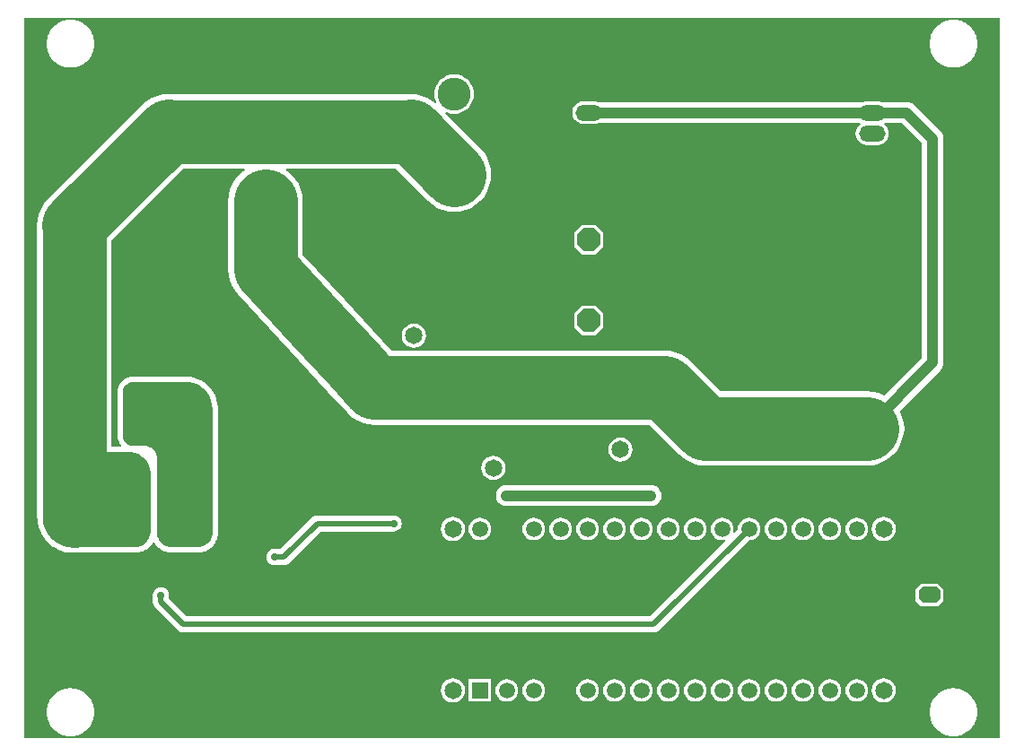
<source format=gbl>
G04*
G04 #@! TF.GenerationSoftware,Altium Limited,Altium Designer,19.1.8 (144)*
G04*
G04 Layer_Physical_Order=2*
G04 Layer_Color=16711680*
%FSLAX25Y25*%
%MOIN*%
G70*
G01*
G75*
%ADD10C,0.01968*%
%ADD55C,0.03937*%
%ADD58C,0.23622*%
%ADD59R,0.10925X0.10925*%
%ADD60C,0.10925*%
%ADD61C,0.12268*%
%ADD62C,0.06496*%
%ADD63C,0.06500*%
%ADD64P,0.07036X8X202.5*%
%ADD65P,0.09200X8X112.5*%
G04:AMPARAMS|DCode=66|XSize=80mil|YSize=60mil|CornerRadius=0mil|HoleSize=0mil|Usage=FLASHONLY|Rotation=180.000|XOffset=0mil|YOffset=0mil|HoleType=Round|Shape=Octagon|*
%AMOCTAGOND66*
4,1,8,-0.04000,0.01500,-0.04000,-0.01500,-0.02500,-0.03000,0.02500,-0.03000,0.04000,-0.01500,0.04000,0.01500,0.02500,0.03000,-0.02500,0.03000,-0.04000,0.01500,0.0*
%
%ADD66OCTAGOND66*%

%ADD67R,0.05937X0.05937*%
%ADD68C,0.05937*%
%ADD69O,0.09843X0.05906*%
%ADD70C,0.02756*%
G36*
X366108Y3971D02*
X3971D01*
Y271620D01*
X366108D01*
Y3971D01*
D02*
G37*
%LPC*%
G36*
X349694Y270905D02*
X348337D01*
X348143Y270866D01*
X347946D01*
X346615Y270601D01*
X346432Y270526D01*
X346238Y270487D01*
X344984Y269968D01*
X344820Y269858D01*
X344637Y269782D01*
X343509Y269028D01*
X343369Y268888D01*
X343205Y268779D01*
X342245Y267819D01*
X342135Y267655D01*
X341995Y267515D01*
X341241Y266387D01*
X341166Y266204D01*
X341056Y266039D01*
X340536Y264786D01*
X340498Y264592D01*
X340422Y264409D01*
X340158Y263078D01*
Y262880D01*
X340119Y262686D01*
Y261329D01*
X340158Y261135D01*
Y260938D01*
X340422Y259607D01*
X340498Y259424D01*
X340536Y259230D01*
X341056Y257976D01*
X341166Y257812D01*
X341241Y257629D01*
X341995Y256501D01*
X342135Y256361D01*
X342245Y256197D01*
X343205Y255237D01*
X343369Y255127D01*
X343509Y254987D01*
X344637Y254233D01*
X344820Y254158D01*
X344984Y254048D01*
X346238Y253529D01*
X346432Y253490D01*
X346615Y253414D01*
X347946Y253150D01*
X348143D01*
X348337Y253111D01*
X349694D01*
X349888Y253150D01*
X350086D01*
X351417Y253414D01*
X351600Y253490D01*
X351794Y253529D01*
X353047Y254048D01*
X353212Y254158D01*
X353394Y254233D01*
X354523Y254987D01*
X354663Y255127D01*
X354827Y255237D01*
X355787Y256197D01*
X355896Y256361D01*
X356036Y256501D01*
X356790Y257629D01*
X356866Y257812D01*
X356976Y257976D01*
X357495Y259230D01*
X357534Y259424D01*
X357609Y259607D01*
X357874Y260938D01*
Y261135D01*
X357913Y261329D01*
Y262686D01*
X357874Y262880D01*
Y263078D01*
X357609Y264409D01*
X357534Y264592D01*
X357495Y264786D01*
X356976Y266039D01*
X356866Y266204D01*
X356790Y266387D01*
X356036Y267515D01*
X355896Y267655D01*
X355787Y267819D01*
X354827Y268779D01*
X354663Y268888D01*
X354523Y269028D01*
X353394Y269782D01*
X353212Y269858D01*
X353047Y269968D01*
X351794Y270487D01*
X351600Y270526D01*
X351417Y270601D01*
X350086Y270866D01*
X349888D01*
X349694Y270905D01*
D02*
G37*
G36*
X21742D02*
X20384D01*
X20190Y270866D01*
X19993D01*
X18662Y270601D01*
X18479Y270526D01*
X18285Y270487D01*
X17031Y269968D01*
X16867Y269858D01*
X16684Y269782D01*
X15556Y269028D01*
X15416Y268888D01*
X15252Y268779D01*
X14292Y267819D01*
X14182Y267655D01*
X14042Y267515D01*
X13288Y266387D01*
X13213Y266204D01*
X13103Y266039D01*
X12584Y264786D01*
X12545Y264592D01*
X12470Y264409D01*
X12205Y263078D01*
Y262880D01*
X12166Y262686D01*
Y261329D01*
X12205Y261135D01*
Y260938D01*
X12470Y259607D01*
X12545Y259424D01*
X12584Y259230D01*
X13103Y257976D01*
X13213Y257812D01*
X13288Y257629D01*
X14042Y256501D01*
X14182Y256361D01*
X14292Y256197D01*
X15252Y255237D01*
X15416Y255127D01*
X15556Y254987D01*
X16684Y254233D01*
X16867Y254158D01*
X17031Y254048D01*
X18285Y253529D01*
X18479Y253490D01*
X18662Y253414D01*
X19993Y253150D01*
X20190D01*
X20384Y253111D01*
X21742D01*
X21935Y253150D01*
X22133D01*
X23464Y253414D01*
X23647Y253490D01*
X23841Y253529D01*
X25095Y254048D01*
X25259Y254158D01*
X25442Y254233D01*
X26570Y254987D01*
X26710Y255127D01*
X26874Y255237D01*
X27834Y256197D01*
X27944Y256361D01*
X28083Y256501D01*
X28837Y257629D01*
X28913Y257812D01*
X29023Y257976D01*
X29542Y259230D01*
X29581Y259424D01*
X29656Y259607D01*
X29921Y260938D01*
Y261135D01*
X29960Y261329D01*
Y262686D01*
X29921Y262880D01*
Y263078D01*
X29656Y264409D01*
X29581Y264592D01*
X29542Y264786D01*
X29023Y266039D01*
X28913Y266204D01*
X28837Y266387D01*
X28083Y267515D01*
X27944Y267655D01*
X27834Y267819D01*
X26874Y268779D01*
X26710Y268888D01*
X26570Y269028D01*
X25442Y269782D01*
X25259Y269858D01*
X25095Y269968D01*
X23841Y270487D01*
X23647Y270526D01*
X23464Y270601D01*
X22133Y270866D01*
X21936D01*
X21742Y270905D01*
D02*
G37*
G36*
X163583Y250676D02*
X162145Y250535D01*
X160763Y250115D01*
X159488Y249434D01*
X158372Y248518D01*
X157455Y247401D01*
X156774Y246127D01*
X156355Y244745D01*
X156213Y243307D01*
X156355Y241869D01*
X156774Y240487D01*
X156924Y240207D01*
X156527Y239888D01*
X155565Y240710D01*
X153716Y241843D01*
X151712Y242673D01*
X149603Y243179D01*
X147441Y243350D01*
X145279Y243179D01*
X145168Y243153D01*
X59720D01*
X59609Y243179D01*
X57446Y243350D01*
X55284Y243179D01*
X53175Y242673D01*
X51171Y241843D01*
X49322Y240710D01*
X47673Y239301D01*
X12633Y204262D01*
X11225Y202613D01*
X10091Y200763D01*
X9262Y198759D01*
X8755Y196651D01*
X8585Y194488D01*
X8619Y194058D01*
Y86614D01*
X8789Y84452D01*
X9295Y82343D01*
X9546Y81736D01*
X9551Y81715D01*
X10119Y80343D01*
X10165Y80275D01*
X10195Y80225D01*
X10235Y80108D01*
X10978Y78821D01*
X11065Y78722D01*
X11124Y78603D01*
X12028Y77425D01*
X12127Y77337D01*
X12201Y77227D01*
X13251Y76177D01*
X13361Y76104D01*
X13448Y76004D01*
X14627Y75100D01*
X14746Y75042D01*
X14845Y74954D01*
X16131Y74212D01*
X16257Y74169D01*
X16367Y74095D01*
X17739Y73527D01*
X17869Y73501D01*
X17987Y73443D01*
X19422Y73058D01*
X19554Y73050D01*
X19680Y73007D01*
X21152Y72813D01*
X21284Y72822D01*
X21414Y72796D01*
X22390D01*
X22441Y72792D01*
X22492Y72796D01*
X45276Y72796D01*
X45339Y72809D01*
X45404Y72800D01*
X45986Y72838D01*
X46178Y72889D01*
X46376Y72901D01*
X47503Y73203D01*
X47681Y73290D01*
X47872Y73341D01*
X48919Y73857D01*
X49076Y73978D01*
X49254Y74066D01*
X50179Y74777D01*
X50310Y74926D01*
X50467Y75046D01*
X51235Y75924D01*
X51334Y76096D01*
X51465Y76246D01*
X51623Y76521D01*
X51719Y76557D01*
X52204Y76529D01*
X52676Y75823D01*
X52816Y75683D01*
X52925Y75519D01*
X53671Y74773D01*
X53836Y74663D01*
X53975Y74523D01*
X54852Y73937D01*
X55035Y73862D01*
X55199Y73752D01*
X56173Y73348D01*
X56367Y73310D01*
X56550Y73234D01*
X57584Y73028D01*
X57782D01*
X57976Y72990D01*
X58503Y72990D01*
X68558Y72990D01*
X69070Y72990D01*
X69262Y73028D01*
X69458Y73027D01*
X70462Y73225D01*
X70643Y73299D01*
X70836Y73337D01*
X71783Y73725D01*
X71947Y73833D01*
X72128Y73907D01*
X72983Y74471D01*
X73122Y74608D01*
X73286Y74716D01*
X74016Y75434D01*
X74126Y75596D01*
X74265Y75734D01*
X74843Y76579D01*
X74919Y76760D01*
X75030Y76921D01*
X75433Y77863D01*
X75473Y78054D01*
X75551Y78234D01*
X75764Y79236D01*
X75767Y79432D01*
X75808Y79623D01*
X75816Y80135D01*
X75905Y85953D01*
X75904Y85961D01*
X75905Y85969D01*
X75989Y97605D01*
X75987Y97613D01*
X75989Y97622D01*
X75977Y109258D01*
X75976Y109266D01*
X75977Y109274D01*
X75870Y120911D01*
X75868Y120919D01*
X75870Y120927D01*
X75768Y126744D01*
X75768Y126744D01*
X75752Y127687D01*
X75710Y127878D01*
X75707Y128073D01*
X75311Y129917D01*
X75234Y130096D01*
X75193Y130288D01*
X74449Y132020D01*
X74338Y132181D01*
X74261Y132361D01*
X73197Y133917D01*
X73057Y134054D01*
X72947Y134215D01*
X71602Y135537D01*
X71439Y135644D01*
X71300Y135782D01*
X69725Y136819D01*
X69544Y136892D01*
X69381Y137000D01*
X67636Y137714D01*
X67444Y137752D01*
X67263Y137826D01*
X65413Y138190D01*
X65218Y138189D01*
X65026Y138227D01*
X64083Y138227D01*
X44094Y138227D01*
X44094Y138227D01*
X43745Y138227D01*
X43551Y138189D01*
X43354D01*
X42669Y138053D01*
X42487Y137977D01*
X42293Y137938D01*
X41648Y137671D01*
X41484Y137562D01*
X41301Y137486D01*
X40721Y137098D01*
X40581Y136958D01*
X40416Y136849D01*
X39923Y136355D01*
X39813Y136191D01*
X39673Y136051D01*
X39286Y135471D01*
X39210Y135288D01*
X39100Y135124D01*
X38833Y134479D01*
X38794Y134285D01*
X38719Y134102D01*
X38583Y133418D01*
Y133220D01*
X38544Y133026D01*
X38544Y132677D01*
X38544Y132677D01*
X38544Y132677D01*
X38544Y116535D01*
X38544Y116147D01*
X38583Y115954D01*
Y115756D01*
X38734Y114995D01*
X38810Y114813D01*
X38848Y114619D01*
X39145Y113902D01*
X39255Y113738D01*
X39331Y113555D01*
X39761Y112910D01*
X39901Y112771D01*
X39913Y112753D01*
X39708Y112253D01*
X36263D01*
Y188797D01*
X62975Y215509D01*
X85736D01*
X85872Y215027D01*
X85379Y214726D01*
X83730Y213317D01*
X82322Y211668D01*
X81188Y209818D01*
X80358Y207815D01*
X79852Y205706D01*
X79682Y203543D01*
Y178347D01*
X79744Y177553D01*
X79773Y176757D01*
X79829Y176473D01*
X79852Y176184D01*
X80038Y175410D01*
X80191Y174629D01*
X80291Y174357D01*
X80358Y174075D01*
X80663Y173340D01*
X80937Y172592D01*
X81077Y172339D01*
X81188Y172071D01*
X81604Y171393D01*
X81992Y170697D01*
X82170Y170469D01*
X82322Y170222D01*
X82839Y169617D01*
X83330Y168990D01*
X102543Y148098D01*
X116648Y132761D01*
X123881Y124896D01*
X124093Y124699D01*
X124281Y124478D01*
X124887Y123961D01*
X125470Y123419D01*
X125710Y123258D01*
X125931Y123070D01*
X126610Y122654D01*
X127270Y122210D01*
X127533Y122088D01*
X127780Y121937D01*
X128516Y121632D01*
X129238Y121297D01*
X129516Y121217D01*
X129784Y121107D01*
X130558Y120921D01*
X131324Y120703D01*
X131611Y120668D01*
X131893Y120600D01*
X132687Y120538D01*
X133477Y120442D01*
X133766Y120453D01*
X134055Y120430D01*
X236007Y120430D01*
X247116Y109321D01*
X248765Y107912D01*
X250615Y106779D01*
X252619Y105949D01*
X254728Y105443D01*
X256890Y105272D01*
X316929D01*
X319091Y105443D01*
X321200Y105949D01*
X323204Y106779D01*
X325054Y107912D01*
X326703Y109321D01*
X328112Y110970D01*
X329245Y112819D01*
X330075Y114823D01*
X330581Y116932D01*
X330751Y119095D01*
X330581Y121257D01*
X330075Y123366D01*
X329245Y125370D01*
X329083Y125633D01*
X344146Y140696D01*
X344777Y141518D01*
X345174Y142476D01*
X345309Y143504D01*
Y226772D01*
X345174Y227799D01*
X344777Y228757D01*
X344146Y229580D01*
X334501Y239225D01*
X333678Y239856D01*
X332721Y240253D01*
X331693Y240388D01*
X322131D01*
X321950Y240463D01*
X320866Y240606D01*
X316929D01*
X315845Y240463D01*
X315664Y240388D01*
X216816D01*
X216635Y240463D01*
X215551Y240606D01*
X211614D01*
X210530Y240463D01*
X209520Y240045D01*
X208652Y239379D01*
X207987Y238512D01*
X207568Y237501D01*
X207426Y236417D01*
X207568Y235333D01*
X207987Y234323D01*
X208652Y233455D01*
X209520Y232790D01*
X210530Y232371D01*
X211614Y232229D01*
X215551D01*
X216635Y232371D01*
X216816Y232446D01*
X314373D01*
X314542Y231946D01*
X313967Y231505D01*
X313302Y230638D01*
X312883Y229627D01*
X312740Y228543D01*
X312883Y227459D01*
X313302Y226449D01*
X313967Y225582D01*
X314835Y224916D01*
X315845Y224497D01*
X316929Y224355D01*
X320866D01*
X321950Y224497D01*
X322960Y224916D01*
X323828Y225582D01*
X324494Y226449D01*
X324912Y227459D01*
X325055Y228543D01*
X324912Y229627D01*
X324494Y230638D01*
X323828Y231505D01*
X323253Y231946D01*
X323423Y232446D01*
X330048D01*
X337368Y225127D01*
Y145149D01*
X323468Y131249D01*
X323204Y131410D01*
X321200Y132240D01*
X319091Y132747D01*
X316929Y132917D01*
X262615D01*
X251506Y144026D01*
X249856Y145434D01*
X248007Y146568D01*
X246003Y147398D01*
X243894Y147904D01*
X241732Y148074D01*
X140122Y148074D01*
X136996Y151474D01*
X122891Y166811D01*
X107326Y183736D01*
Y203543D01*
X107156Y205706D01*
X106650Y207815D01*
X105820Y209818D01*
X104686Y211668D01*
X103278Y213317D01*
X101628Y214726D01*
X101136Y215027D01*
X101272Y215509D01*
X141912D01*
X153809Y203612D01*
X155458Y202203D01*
X157308Y201070D01*
X159311Y200240D01*
X161420Y199734D01*
X163583Y199564D01*
X165745Y199734D01*
X167854Y200240D01*
X169858Y201070D01*
X171707Y202203D01*
X173356Y203612D01*
X174765Y205261D01*
X175898Y207111D01*
X176728Y209115D01*
X177235Y211224D01*
X177405Y213386D01*
X177235Y215548D01*
X176728Y217657D01*
X175898Y219661D01*
X174765Y221510D01*
X173356Y223160D01*
X160379Y236137D01*
X160680Y236543D01*
X160763Y236499D01*
X162145Y236079D01*
X163583Y235938D01*
X165020Y236079D01*
X166403Y236499D01*
X167677Y237180D01*
X168794Y238096D01*
X169710Y239213D01*
X170391Y240487D01*
X170810Y241869D01*
X170952Y243307D01*
X170810Y244745D01*
X170391Y246127D01*
X169710Y247401D01*
X168794Y248518D01*
X167677Y249434D01*
X166403Y250115D01*
X165020Y250535D01*
X163583Y250676D01*
D02*
G37*
G36*
X216308Y194663D02*
X210858D01*
X208133Y191938D01*
Y186488D01*
X210858Y183763D01*
X216308D01*
X219033Y186488D01*
Y191938D01*
X216308Y194663D01*
D02*
G37*
G36*
Y164663D02*
X210858D01*
X208133Y161938D01*
Y156488D01*
X210858Y153763D01*
X216308D01*
X219033Y156488D01*
Y161938D01*
X216308Y164663D01*
D02*
G37*
G36*
X148622Y158030D02*
X147461Y157877D01*
X146379Y157429D01*
X145450Y156716D01*
X144737Y155787D01*
X144289Y154704D01*
X144136Y153543D01*
X144289Y152382D01*
X144737Y151300D01*
X145450Y150371D01*
X146379Y149658D01*
X147461Y149210D01*
X148622Y149057D01*
X149783Y149210D01*
X150865Y149658D01*
X151794Y150371D01*
X152507Y151300D01*
X152956Y152382D01*
X153109Y153543D01*
X152956Y154704D01*
X152507Y155787D01*
X151794Y156716D01*
X150865Y157429D01*
X149783Y157877D01*
X148622Y158030D01*
D02*
G37*
G36*
X225394Y115709D02*
X224232Y115556D01*
X223149Y115108D01*
X222220Y114394D01*
X221507Y113465D01*
X221058Y112382D01*
X220905Y111221D01*
X221058Y110059D01*
X221507Y108976D01*
X222220Y108047D01*
X223149Y107333D01*
X224232Y106885D01*
X225394Y106732D01*
X226555Y106885D01*
X227638Y107333D01*
X228568Y108047D01*
X229281Y108976D01*
X229729Y110059D01*
X229882Y111221D01*
X229729Y112382D01*
X229281Y113465D01*
X228568Y114394D01*
X227638Y115108D01*
X226555Y115556D01*
X225394Y115709D01*
D02*
G37*
G36*
X178228Y108819D02*
X177067Y108666D01*
X175984Y108218D01*
X175055Y107504D01*
X174341Y106575D01*
X173893Y105492D01*
X173740Y104331D01*
X173893Y103169D01*
X174341Y102086D01*
X175055Y101157D01*
X175984Y100444D01*
X177067Y99995D01*
X178228Y99842D01*
X179390Y99995D01*
X180473Y100444D01*
X181402Y101157D01*
X182115Y102086D01*
X182564Y103169D01*
X182717Y104331D01*
X182564Y105492D01*
X182115Y106575D01*
X181402Y107504D01*
X180473Y108218D01*
X179390Y108666D01*
X178228Y108819D01*
D02*
G37*
G36*
X236614Y98066D02*
X183071D01*
X182043Y97930D01*
X181085Y97534D01*
X180263Y96902D01*
X179632Y96080D01*
X179235Y95122D01*
X179100Y94095D01*
X179235Y93067D01*
X179632Y92109D01*
X180263Y91287D01*
X181085Y90655D01*
X182043Y90259D01*
X183071Y90123D01*
X236614D01*
X237642Y90259D01*
X238600Y90655D01*
X239422Y91287D01*
X240053Y92109D01*
X240450Y93067D01*
X240585Y94095D01*
X240450Y95122D01*
X240053Y96080D01*
X239422Y96902D01*
X238600Y97534D01*
X237642Y97930D01*
X236614Y98066D01*
D02*
G37*
G36*
X273110Y85858D02*
X272022Y85715D01*
X271008Y85295D01*
X270137Y84627D01*
X269469Y83756D01*
X269049Y82742D01*
X268907Y81662D01*
X267633Y80388D01*
X267353Y80496D01*
X267182Y80644D01*
X267315Y81653D01*
X267172Y82742D01*
X266751Y83756D01*
X266083Y84627D01*
X265212Y85295D01*
X264198Y85715D01*
X263110Y85858D01*
X262022Y85715D01*
X261008Y85295D01*
X260137Y84627D01*
X259469Y83756D01*
X259049Y82742D01*
X258906Y81653D01*
X259049Y80565D01*
X259469Y79551D01*
X260137Y78680D01*
X261008Y78012D01*
X262022Y77592D01*
X263110Y77449D01*
X264120Y77582D01*
X264268Y77411D01*
X264375Y77130D01*
X236483Y49238D01*
X64091D01*
X57644Y55685D01*
Y57087D01*
X57542Y57857D01*
X57245Y58576D01*
X56771Y59193D01*
X56154Y59666D01*
X55436Y59963D01*
X54665Y60065D01*
X53895Y59963D01*
X53176Y59666D01*
X52559Y59193D01*
X52086Y58576D01*
X51789Y57857D01*
X51687Y57087D01*
Y54452D01*
X51789Y53681D01*
X52086Y52962D01*
X52559Y52346D01*
X60751Y44154D01*
X60751Y44154D01*
X61368Y43681D01*
X62086Y43383D01*
X62857Y43282D01*
X237717D01*
X238487Y43383D01*
X239206Y43681D01*
X239823Y44154D01*
X273119Y77450D01*
X274198Y77592D01*
X275213Y78012D01*
X276083Y78680D01*
X276751Y79551D01*
X277171Y80565D01*
X277315Y81653D01*
X277171Y82742D01*
X276751Y83756D01*
X276083Y84627D01*
X275213Y85295D01*
X274198Y85715D01*
X273110Y85858D01*
D02*
G37*
G36*
X313110D02*
X312022Y85715D01*
X311008Y85295D01*
X310137Y84627D01*
X309469Y83756D01*
X309049Y82742D01*
X308906Y81653D01*
X309049Y80565D01*
X309469Y79551D01*
X310137Y78680D01*
X311008Y78012D01*
X312022Y77592D01*
X313110Y77449D01*
X314198Y77592D01*
X315212Y78012D01*
X316083Y78680D01*
X316751Y79551D01*
X317172Y80565D01*
X317315Y81653D01*
X317172Y82742D01*
X316751Y83756D01*
X316083Y84627D01*
X315212Y85295D01*
X314198Y85715D01*
X313110Y85858D01*
D02*
G37*
G36*
X303110D02*
X302022Y85715D01*
X301008Y85295D01*
X300137Y84627D01*
X299469Y83756D01*
X299049Y82742D01*
X298906Y81653D01*
X299049Y80565D01*
X299469Y79551D01*
X300137Y78680D01*
X301008Y78012D01*
X302022Y77592D01*
X303110Y77449D01*
X304198Y77592D01*
X305212Y78012D01*
X306083Y78680D01*
X306751Y79551D01*
X307172Y80565D01*
X307315Y81653D01*
X307172Y82742D01*
X306751Y83756D01*
X306083Y84627D01*
X305212Y85295D01*
X304198Y85715D01*
X303110Y85858D01*
D02*
G37*
G36*
X293110D02*
X292022Y85715D01*
X291008Y85295D01*
X290137Y84627D01*
X289469Y83756D01*
X289049Y82742D01*
X288906Y81653D01*
X289049Y80565D01*
X289469Y79551D01*
X290137Y78680D01*
X291008Y78012D01*
X292022Y77592D01*
X293110Y77449D01*
X294198Y77592D01*
X295213Y78012D01*
X296083Y78680D01*
X296751Y79551D01*
X297171Y80565D01*
X297315Y81653D01*
X297171Y82742D01*
X296751Y83756D01*
X296083Y84627D01*
X295213Y85295D01*
X294198Y85715D01*
X293110Y85858D01*
D02*
G37*
G36*
X283110D02*
X282022Y85715D01*
X281008Y85295D01*
X280137Y84627D01*
X279469Y83756D01*
X279049Y82742D01*
X278906Y81653D01*
X279049Y80565D01*
X279469Y79551D01*
X280137Y78680D01*
X281008Y78012D01*
X282022Y77592D01*
X283110Y77449D01*
X284198Y77592D01*
X285212Y78012D01*
X286083Y78680D01*
X286751Y79551D01*
X287172Y80565D01*
X287315Y81653D01*
X287172Y82742D01*
X286751Y83756D01*
X286083Y84627D01*
X285212Y85295D01*
X284198Y85715D01*
X283110Y85858D01*
D02*
G37*
G36*
X253110D02*
X252022Y85715D01*
X251008Y85295D01*
X250137Y84627D01*
X249469Y83756D01*
X249049Y82742D01*
X248906Y81653D01*
X249049Y80565D01*
X249469Y79551D01*
X250137Y78680D01*
X251008Y78012D01*
X252022Y77592D01*
X253110Y77449D01*
X254198Y77592D01*
X255212Y78012D01*
X256083Y78680D01*
X256751Y79551D01*
X257172Y80565D01*
X257315Y81653D01*
X257172Y82742D01*
X256751Y83756D01*
X256083Y84627D01*
X255212Y85295D01*
X254198Y85715D01*
X253110Y85858D01*
D02*
G37*
G36*
X243110D02*
X242022Y85715D01*
X241008Y85295D01*
X240137Y84627D01*
X239469Y83756D01*
X239049Y82742D01*
X238906Y81653D01*
X239049Y80565D01*
X239469Y79551D01*
X240137Y78680D01*
X241008Y78012D01*
X242022Y77592D01*
X243110Y77449D01*
X244198Y77592D01*
X245213Y78012D01*
X246083Y78680D01*
X246751Y79551D01*
X247171Y80565D01*
X247315Y81653D01*
X247171Y82742D01*
X246751Y83756D01*
X246083Y84627D01*
X245213Y85295D01*
X244198Y85715D01*
X243110Y85858D01*
D02*
G37*
G36*
X233110D02*
X232022Y85715D01*
X231008Y85295D01*
X230137Y84627D01*
X229469Y83756D01*
X229049Y82742D01*
X228906Y81653D01*
X229049Y80565D01*
X229469Y79551D01*
X230137Y78680D01*
X231008Y78012D01*
X232022Y77592D01*
X233110Y77449D01*
X234198Y77592D01*
X235212Y78012D01*
X236083Y78680D01*
X236751Y79551D01*
X237172Y80565D01*
X237315Y81653D01*
X237172Y82742D01*
X236751Y83756D01*
X236083Y84627D01*
X235212Y85295D01*
X234198Y85715D01*
X233110Y85858D01*
D02*
G37*
G36*
X223110D02*
X222022Y85715D01*
X221008Y85295D01*
X220137Y84627D01*
X219469Y83756D01*
X219049Y82742D01*
X218906Y81653D01*
X219049Y80565D01*
X219469Y79551D01*
X220137Y78680D01*
X221008Y78012D01*
X222022Y77592D01*
X223110Y77449D01*
X224198Y77592D01*
X225213Y78012D01*
X226083Y78680D01*
X226751Y79551D01*
X227171Y80565D01*
X227315Y81653D01*
X227171Y82742D01*
X226751Y83756D01*
X226083Y84627D01*
X225213Y85295D01*
X224198Y85715D01*
X223110Y85858D01*
D02*
G37*
G36*
X213110D02*
X212022Y85715D01*
X211008Y85295D01*
X210137Y84627D01*
X209469Y83756D01*
X209049Y82742D01*
X208906Y81653D01*
X209049Y80565D01*
X209469Y79551D01*
X210137Y78680D01*
X211008Y78012D01*
X212022Y77592D01*
X213110Y77449D01*
X214198Y77592D01*
X215212Y78012D01*
X216083Y78680D01*
X216751Y79551D01*
X217172Y80565D01*
X217315Y81653D01*
X217172Y82742D01*
X216751Y83756D01*
X216083Y84627D01*
X215212Y85295D01*
X214198Y85715D01*
X213110Y85858D01*
D02*
G37*
G36*
X203110D02*
X202022Y85715D01*
X201008Y85295D01*
X200137Y84627D01*
X199469Y83756D01*
X199049Y82742D01*
X198906Y81653D01*
X199049Y80565D01*
X199469Y79551D01*
X200137Y78680D01*
X201008Y78012D01*
X202022Y77592D01*
X203110Y77449D01*
X204198Y77592D01*
X205212Y78012D01*
X206083Y78680D01*
X206751Y79551D01*
X207172Y80565D01*
X207315Y81653D01*
X207172Y82742D01*
X206751Y83756D01*
X206083Y84627D01*
X205212Y85295D01*
X204198Y85715D01*
X203110Y85858D01*
D02*
G37*
G36*
X193110D02*
X192022Y85715D01*
X191008Y85295D01*
X190137Y84627D01*
X189469Y83756D01*
X189049Y82742D01*
X188906Y81653D01*
X189049Y80565D01*
X189469Y79551D01*
X190137Y78680D01*
X191008Y78012D01*
X192022Y77592D01*
X193110Y77449D01*
X194198Y77592D01*
X195212Y78012D01*
X196083Y78680D01*
X196751Y79551D01*
X197171Y80565D01*
X197315Y81653D01*
X197171Y82742D01*
X196751Y83756D01*
X196083Y84627D01*
X195212Y85295D01*
X194198Y85715D01*
X193110Y85858D01*
D02*
G37*
G36*
X173110D02*
X172022Y85715D01*
X171008Y85295D01*
X170137Y84627D01*
X169469Y83756D01*
X169049Y82742D01*
X168906Y81653D01*
X169049Y80565D01*
X169469Y79551D01*
X170137Y78680D01*
X171008Y78012D01*
X172022Y77592D01*
X173110Y77449D01*
X174198Y77592D01*
X175213Y78012D01*
X176083Y78680D01*
X176751Y79551D01*
X177172Y80565D01*
X177315Y81653D01*
X177172Y82742D01*
X176751Y83756D01*
X176083Y84627D01*
X175213Y85295D01*
X174198Y85715D01*
X173110Y85858D01*
D02*
G37*
G36*
X323110Y86142D02*
X321949Y85989D01*
X320866Y85541D01*
X319936Y84827D01*
X319223Y83898D01*
X318775Y82815D01*
X318622Y81653D01*
X318775Y80492D01*
X319223Y79409D01*
X319936Y78480D01*
X320866Y77767D01*
X321949Y77318D01*
X323110Y77165D01*
X324272Y77318D01*
X325354Y77767D01*
X326284Y78480D01*
X326997Y79409D01*
X327446Y80492D01*
X327599Y81653D01*
X327446Y82815D01*
X326997Y83898D01*
X326284Y84827D01*
X325354Y85541D01*
X324272Y85989D01*
X323110Y86142D01*
D02*
G37*
G36*
X163110D02*
X161949Y85989D01*
X160866Y85541D01*
X159936Y84827D01*
X159223Y83898D01*
X158775Y82815D01*
X158622Y81653D01*
X158775Y80492D01*
X159223Y79409D01*
X159936Y78480D01*
X160866Y77767D01*
X161949Y77318D01*
X163110Y77165D01*
X164272Y77318D01*
X165354Y77767D01*
X166284Y78480D01*
X166997Y79409D01*
X167446Y80492D01*
X167599Y81653D01*
X167446Y82815D01*
X166997Y83898D01*
X166284Y84827D01*
X165354Y85541D01*
X164272Y85989D01*
X163110Y86142D01*
D02*
G37*
G36*
X112835Y86680D02*
X112065Y86578D01*
X111346Y86281D01*
X110729Y85807D01*
X110729Y85807D01*
X99160Y74238D01*
X96850D01*
X96080Y74137D01*
X95361Y73839D01*
X94744Y73366D01*
X94271Y72749D01*
X93974Y72031D01*
X93872Y71260D01*
X93974Y70489D01*
X94271Y69771D01*
X94744Y69154D01*
X95361Y68681D01*
X96080Y68383D01*
X96850Y68282D01*
X100394D01*
X101164Y68383D01*
X101883Y68681D01*
X102500Y69154D01*
X114069Y80723D01*
X141200D01*
X141971Y80825D01*
X142689Y81122D01*
X143306Y81595D01*
X143779Y82212D01*
X144077Y82931D01*
X144178Y83701D01*
X144077Y84472D01*
X143779Y85190D01*
X143306Y85807D01*
X142689Y86281D01*
X141971Y86578D01*
X141200Y86680D01*
X112835D01*
X112835Y86680D01*
D02*
G37*
G36*
X343274Y61357D02*
X337074D01*
X334974Y59257D01*
Y55057D01*
X337074Y52956D01*
X343274D01*
X345374Y55057D01*
Y59257D01*
X343274Y61357D01*
D02*
G37*
G36*
X177279Y25822D02*
X168942D01*
Y17485D01*
X177279D01*
Y25822D01*
D02*
G37*
G36*
X313110Y25858D02*
X312022Y25715D01*
X311008Y25295D01*
X310137Y24627D01*
X309469Y23756D01*
X309049Y22742D01*
X308906Y21654D01*
X309049Y20565D01*
X309469Y19551D01*
X310137Y18680D01*
X311008Y18012D01*
X312022Y17592D01*
X313110Y17449D01*
X314198Y17592D01*
X315212Y18012D01*
X316083Y18680D01*
X316751Y19551D01*
X317172Y20565D01*
X317315Y21654D01*
X317172Y22742D01*
X316751Y23756D01*
X316083Y24627D01*
X315212Y25295D01*
X314198Y25715D01*
X313110Y25858D01*
D02*
G37*
G36*
X303110D02*
X302022Y25715D01*
X301008Y25295D01*
X300137Y24627D01*
X299469Y23756D01*
X299049Y22742D01*
X298906Y21654D01*
X299049Y20565D01*
X299469Y19551D01*
X300137Y18680D01*
X301008Y18012D01*
X302022Y17592D01*
X303110Y17449D01*
X304198Y17592D01*
X305212Y18012D01*
X306083Y18680D01*
X306751Y19551D01*
X307172Y20565D01*
X307315Y21654D01*
X307172Y22742D01*
X306751Y23756D01*
X306083Y24627D01*
X305212Y25295D01*
X304198Y25715D01*
X303110Y25858D01*
D02*
G37*
G36*
X293110D02*
X292022Y25715D01*
X291008Y25295D01*
X290137Y24627D01*
X289469Y23756D01*
X289049Y22742D01*
X288906Y21654D01*
X289049Y20565D01*
X289469Y19551D01*
X290137Y18680D01*
X291008Y18012D01*
X292022Y17592D01*
X293110Y17449D01*
X294198Y17592D01*
X295213Y18012D01*
X296083Y18680D01*
X296751Y19551D01*
X297171Y20565D01*
X297315Y21654D01*
X297171Y22742D01*
X296751Y23756D01*
X296083Y24627D01*
X295213Y25295D01*
X294198Y25715D01*
X293110Y25858D01*
D02*
G37*
G36*
X283110D02*
X282022Y25715D01*
X281008Y25295D01*
X280137Y24627D01*
X279469Y23756D01*
X279049Y22742D01*
X278906Y21654D01*
X279049Y20565D01*
X279469Y19551D01*
X280137Y18680D01*
X281008Y18012D01*
X282022Y17592D01*
X283110Y17449D01*
X284198Y17592D01*
X285212Y18012D01*
X286083Y18680D01*
X286751Y19551D01*
X287172Y20565D01*
X287315Y21654D01*
X287172Y22742D01*
X286751Y23756D01*
X286083Y24627D01*
X285212Y25295D01*
X284198Y25715D01*
X283110Y25858D01*
D02*
G37*
G36*
X273110D02*
X272022Y25715D01*
X271008Y25295D01*
X270137Y24627D01*
X269469Y23756D01*
X269049Y22742D01*
X268906Y21654D01*
X269049Y20565D01*
X269469Y19551D01*
X270137Y18680D01*
X271008Y18012D01*
X272022Y17592D01*
X273110Y17449D01*
X274198Y17592D01*
X275213Y18012D01*
X276083Y18680D01*
X276751Y19551D01*
X277171Y20565D01*
X277315Y21654D01*
X277171Y22742D01*
X276751Y23756D01*
X276083Y24627D01*
X275213Y25295D01*
X274198Y25715D01*
X273110Y25858D01*
D02*
G37*
G36*
X263110D02*
X262022Y25715D01*
X261008Y25295D01*
X260137Y24627D01*
X259469Y23756D01*
X259049Y22742D01*
X258906Y21654D01*
X259049Y20565D01*
X259469Y19551D01*
X260137Y18680D01*
X261008Y18012D01*
X262022Y17592D01*
X263110Y17449D01*
X264198Y17592D01*
X265212Y18012D01*
X266083Y18680D01*
X266751Y19551D01*
X267172Y20565D01*
X267315Y21654D01*
X267172Y22742D01*
X266751Y23756D01*
X266083Y24627D01*
X265212Y25295D01*
X264198Y25715D01*
X263110Y25858D01*
D02*
G37*
G36*
X253110D02*
X252022Y25715D01*
X251008Y25295D01*
X250137Y24627D01*
X249469Y23756D01*
X249049Y22742D01*
X248906Y21654D01*
X249049Y20565D01*
X249469Y19551D01*
X250137Y18680D01*
X251008Y18012D01*
X252022Y17592D01*
X253110Y17449D01*
X254198Y17592D01*
X255212Y18012D01*
X256083Y18680D01*
X256751Y19551D01*
X257172Y20565D01*
X257315Y21654D01*
X257172Y22742D01*
X256751Y23756D01*
X256083Y24627D01*
X255212Y25295D01*
X254198Y25715D01*
X253110Y25858D01*
D02*
G37*
G36*
X243110D02*
X242022Y25715D01*
X241008Y25295D01*
X240137Y24627D01*
X239469Y23756D01*
X239049Y22742D01*
X238906Y21654D01*
X239049Y20565D01*
X239469Y19551D01*
X240137Y18680D01*
X241008Y18012D01*
X242022Y17592D01*
X243110Y17449D01*
X244198Y17592D01*
X245213Y18012D01*
X246083Y18680D01*
X246751Y19551D01*
X247171Y20565D01*
X247315Y21654D01*
X247171Y22742D01*
X246751Y23756D01*
X246083Y24627D01*
X245213Y25295D01*
X244198Y25715D01*
X243110Y25858D01*
D02*
G37*
G36*
X233110D02*
X232022Y25715D01*
X231008Y25295D01*
X230137Y24627D01*
X229469Y23756D01*
X229049Y22742D01*
X228906Y21654D01*
X229049Y20565D01*
X229469Y19551D01*
X230137Y18680D01*
X231008Y18012D01*
X232022Y17592D01*
X233110Y17449D01*
X234198Y17592D01*
X235212Y18012D01*
X236083Y18680D01*
X236751Y19551D01*
X237172Y20565D01*
X237315Y21654D01*
X237172Y22742D01*
X236751Y23756D01*
X236083Y24627D01*
X235212Y25295D01*
X234198Y25715D01*
X233110Y25858D01*
D02*
G37*
G36*
X223110D02*
X222022Y25715D01*
X221008Y25295D01*
X220137Y24627D01*
X219469Y23756D01*
X219049Y22742D01*
X218906Y21654D01*
X219049Y20565D01*
X219469Y19551D01*
X220137Y18680D01*
X221008Y18012D01*
X222022Y17592D01*
X223110Y17449D01*
X224198Y17592D01*
X225213Y18012D01*
X226083Y18680D01*
X226751Y19551D01*
X227171Y20565D01*
X227315Y21654D01*
X227171Y22742D01*
X226751Y23756D01*
X226083Y24627D01*
X225213Y25295D01*
X224198Y25715D01*
X223110Y25858D01*
D02*
G37*
G36*
X213110D02*
X212022Y25715D01*
X211008Y25295D01*
X210137Y24627D01*
X209469Y23756D01*
X209049Y22742D01*
X208906Y21654D01*
X209049Y20565D01*
X209469Y19551D01*
X210137Y18680D01*
X211008Y18012D01*
X212022Y17592D01*
X213110Y17449D01*
X214198Y17592D01*
X215212Y18012D01*
X216083Y18680D01*
X216751Y19551D01*
X217172Y20565D01*
X217315Y21654D01*
X217172Y22742D01*
X216751Y23756D01*
X216083Y24627D01*
X215212Y25295D01*
X214198Y25715D01*
X213110Y25858D01*
D02*
G37*
G36*
X193110D02*
X192022Y25715D01*
X191008Y25295D01*
X190137Y24627D01*
X189469Y23756D01*
X189049Y22742D01*
X188906Y21654D01*
X189049Y20565D01*
X189469Y19551D01*
X190137Y18680D01*
X191008Y18012D01*
X192022Y17592D01*
X193110Y17449D01*
X194198Y17592D01*
X195212Y18012D01*
X196083Y18680D01*
X196751Y19551D01*
X197171Y20565D01*
X197315Y21654D01*
X197171Y22742D01*
X196751Y23756D01*
X196083Y24627D01*
X195212Y25295D01*
X194198Y25715D01*
X193110Y25858D01*
D02*
G37*
G36*
X183110D02*
X182022Y25715D01*
X181008Y25295D01*
X180137Y24627D01*
X179469Y23756D01*
X179049Y22742D01*
X178906Y21654D01*
X179049Y20565D01*
X179469Y19551D01*
X180137Y18680D01*
X181008Y18012D01*
X182022Y17592D01*
X183110Y17449D01*
X184198Y17592D01*
X185213Y18012D01*
X186083Y18680D01*
X186751Y19551D01*
X187171Y20565D01*
X187315Y21654D01*
X187171Y22742D01*
X186751Y23756D01*
X186083Y24627D01*
X185213Y25295D01*
X184198Y25715D01*
X183110Y25858D01*
D02*
G37*
G36*
X323110Y26142D02*
X321949Y25989D01*
X320866Y25541D01*
X319936Y24827D01*
X319223Y23898D01*
X318775Y22815D01*
X318622Y21654D01*
X318775Y20492D01*
X319223Y19409D01*
X319936Y18480D01*
X320866Y17766D01*
X321949Y17318D01*
X323110Y17165D01*
X324272Y17318D01*
X325354Y17766D01*
X326284Y18480D01*
X326997Y19409D01*
X327446Y20492D01*
X327599Y21654D01*
X327446Y22815D01*
X326997Y23898D01*
X326284Y24827D01*
X325354Y25541D01*
X324272Y25989D01*
X323110Y26142D01*
D02*
G37*
G36*
X163110D02*
X161949Y25989D01*
X160866Y25541D01*
X159936Y24827D01*
X159223Y23898D01*
X158775Y22815D01*
X158622Y21654D01*
X158775Y20492D01*
X159223Y19409D01*
X159936Y18480D01*
X160866Y17766D01*
X161949Y17318D01*
X163110Y17165D01*
X164272Y17318D01*
X165354Y17766D01*
X166284Y18480D01*
X166997Y19409D01*
X167446Y20492D01*
X167599Y21654D01*
X167446Y22815D01*
X166997Y23898D01*
X166284Y24827D01*
X165354Y25541D01*
X164272Y25989D01*
X163110Y26142D01*
D02*
G37*
G36*
X349694Y22479D02*
X348337D01*
X348143Y22441D01*
X347946D01*
X346615Y22176D01*
X346432Y22100D01*
X346238Y22062D01*
X344984Y21543D01*
X344820Y21433D01*
X344637Y21357D01*
X343509Y20603D01*
X343369Y20463D01*
X343205Y20354D01*
X342245Y19394D01*
X342135Y19229D01*
X341995Y19090D01*
X341241Y17961D01*
X341166Y17779D01*
X341056Y17614D01*
X340536Y16360D01*
X340498Y16166D01*
X340422Y15984D01*
X340158Y14653D01*
Y14455D01*
X340119Y14261D01*
Y12904D01*
X340158Y12710D01*
Y12513D01*
X340422Y11181D01*
X340498Y10999D01*
X340536Y10805D01*
X341056Y9551D01*
X341166Y9387D01*
X341241Y9204D01*
X341995Y8076D01*
X342135Y7936D01*
X342245Y7772D01*
X343205Y6812D01*
X343369Y6702D01*
X343509Y6562D01*
X344637Y5808D01*
X344820Y5733D01*
X344984Y5623D01*
X346238Y5103D01*
X346432Y5065D01*
X346615Y4989D01*
X347946Y4724D01*
X348143D01*
X348337Y4686D01*
X349694D01*
X349888Y4724D01*
X350086D01*
X351417Y4989D01*
X351600Y5065D01*
X351794Y5103D01*
X353047Y5623D01*
X353212Y5733D01*
X353394Y5808D01*
X354523Y6562D01*
X354663Y6702D01*
X354827Y6812D01*
X355787Y7772D01*
X355896Y7936D01*
X356036Y8076D01*
X356790Y9204D01*
X356866Y9387D01*
X356976Y9551D01*
X357495Y10805D01*
X357534Y10999D01*
X357609Y11181D01*
X357874Y12513D01*
Y12710D01*
X357913Y12904D01*
Y14261D01*
X357874Y14455D01*
Y14653D01*
X357609Y15984D01*
X357534Y16166D01*
X357495Y16360D01*
X356976Y17614D01*
X356866Y17779D01*
X356790Y17961D01*
X356036Y19090D01*
X355896Y19229D01*
X355787Y19394D01*
X354827Y20354D01*
X354663Y20463D01*
X354523Y20603D01*
X353394Y21357D01*
X353212Y21433D01*
X353047Y21543D01*
X351794Y22062D01*
X351600Y22100D01*
X351417Y22176D01*
X350086Y22441D01*
X349888D01*
X349694Y22479D01*
D02*
G37*
G36*
X21742D02*
X20384D01*
X20190Y22441D01*
X19993D01*
X18662Y22176D01*
X18479Y22100D01*
X18285Y22062D01*
X17031Y21543D01*
X16867Y21433D01*
X16684Y21357D01*
X15556Y20603D01*
X15416Y20463D01*
X15252Y20354D01*
X14292Y19394D01*
X14182Y19229D01*
X14042Y19090D01*
X13288Y17961D01*
X13213Y17779D01*
X13103Y17614D01*
X12584Y16360D01*
X12545Y16166D01*
X12470Y15984D01*
X12205Y14653D01*
Y14455D01*
X12166Y14261D01*
Y12904D01*
X12205Y12710D01*
Y12513D01*
X12470Y11181D01*
X12545Y10999D01*
X12584Y10805D01*
X13103Y9551D01*
X13213Y9387D01*
X13288Y9204D01*
X14042Y8076D01*
X14182Y7936D01*
X14292Y7772D01*
X15252Y6812D01*
X15416Y6702D01*
X15556Y6562D01*
X16684Y5808D01*
X16867Y5733D01*
X17031Y5623D01*
X18285Y5103D01*
X18479Y5065D01*
X18662Y4989D01*
X19993Y4724D01*
X20190D01*
X20384Y4686D01*
X21742D01*
X21935Y4724D01*
X22133D01*
X23464Y4989D01*
X23647Y5065D01*
X23841Y5103D01*
X25095Y5623D01*
X25259Y5733D01*
X25442Y5808D01*
X26570Y6562D01*
X26710Y6702D01*
X26874Y6812D01*
X27834Y7772D01*
X27944Y7936D01*
X28083Y8076D01*
X28837Y9204D01*
X28913Y9387D01*
X29023Y9551D01*
X29542Y10805D01*
X29581Y10999D01*
X29656Y11181D01*
X29921Y12513D01*
Y12710D01*
X29960Y12904D01*
Y14261D01*
X29921Y14455D01*
Y14653D01*
X29656Y15984D01*
X29581Y16166D01*
X29542Y16360D01*
X29023Y17614D01*
X28913Y17779D01*
X28837Y17961D01*
X28083Y19090D01*
X27944Y19229D01*
X27834Y19394D01*
X26874Y20354D01*
X26710Y20463D01*
X26570Y20603D01*
X25442Y21357D01*
X25259Y21433D01*
X25095Y21543D01*
X23841Y22062D01*
X23647Y22100D01*
X23464Y22176D01*
X22133Y22441D01*
X21936D01*
X21742Y22479D01*
D02*
G37*
%LPD*%
G36*
X66876Y135857D02*
X68621Y135143D01*
X70196Y134106D01*
X71540Y132784D01*
X72605Y131228D01*
X73349Y129495D01*
X73745Y127652D01*
X73761Y126709D01*
X73761D01*
X73863Y120892D01*
X73970Y109256D01*
X73982Y97620D01*
X73898Y85983D01*
X73809Y80166D01*
X73801Y79654D01*
X73588Y78652D01*
X73185Y77711D01*
X72608Y76865D01*
X71878Y76146D01*
X71023Y75582D01*
X70075Y75194D01*
X69070Y74997D01*
X68558Y74997D01*
X68558Y74997D01*
X68558Y74997D01*
X58503Y74997D01*
X57976Y74997D01*
X56942Y75203D01*
X55967Y75606D01*
X55090Y76192D01*
X54345Y76938D01*
X53759Y77815D01*
X53355Y78789D01*
X53150Y79823D01*
X53150Y80351D01*
Y108244D01*
X53129Y108671D01*
X52962Y109508D01*
X52635Y110297D01*
X52161Y111006D01*
X51557Y111610D01*
X50848Y112084D01*
X50059Y112411D01*
X49281Y112565D01*
X49222Y112577D01*
X48795Y112598D01*
X48795D01*
X48795D01*
X48795Y112598D01*
X48795Y112598D01*
X44488Y112598D01*
X44100Y112598D01*
X43340Y112750D01*
X42623Y113046D01*
X41978Y113477D01*
X41430Y114025D01*
X40999Y114670D01*
X40703Y115387D01*
X40551Y116147D01*
X40551Y116535D01*
X40551Y132677D01*
X40551Y133026D01*
X40687Y133711D01*
X40955Y134355D01*
X41342Y134936D01*
X41836Y135429D01*
X42416Y135817D01*
X43061Y136084D01*
X43745Y136220D01*
X44094Y136220D01*
X44094Y136221D01*
X64083Y136221D01*
X65026Y136221D01*
X66876Y135857D01*
D02*
G37*
G36*
X45285Y109924D02*
X46758Y109292D01*
X48073Y108377D01*
X49178Y107215D01*
X50026Y105856D01*
X50584Y104353D01*
X50827Y102769D01*
X50787Y101969D01*
X50787D01*
X50787Y101969D01*
X50787Y81102D01*
X50828Y80520D01*
X50679Y79363D01*
X50306Y78258D01*
X49725Y77246D01*
X48957Y76368D01*
X48031Y75657D01*
X46985Y75142D01*
X45858Y74840D01*
X45276Y74803D01*
X45276Y74803D01*
X45276Y74803D01*
X22156Y74803D01*
X21414D01*
X19941Y74997D01*
X18507Y75381D01*
X17135Y75950D01*
X15849Y76692D01*
X14670Y77596D01*
X13620Y78647D01*
X12716Y79825D01*
X11973Y81111D01*
X11405Y82483D01*
X11021Y83918D01*
X10827Y85390D01*
X10827Y86133D01*
X10827Y96654D01*
Y97544D01*
X11059Y99311D01*
X11521Y101032D01*
X12202Y102678D01*
X13093Y104221D01*
X14178Y105635D01*
X15438Y106895D01*
X16851Y107980D01*
X18395Y108870D01*
X20041Y109552D01*
X21762Y110013D01*
X23528Y110246D01*
X24419D01*
Y110246D01*
X42913Y110246D01*
X43715Y110246D01*
X45285Y109924D01*
D02*
G37*
D10*
X96850Y71260D02*
X100394D01*
X112835Y83701D01*
X141200D01*
X62857Y46260D02*
X237717D01*
X54665Y54452D02*
X62857Y46260D01*
X54665Y54452D02*
Y57087D01*
X237717Y46260D02*
X273110Y81653D01*
D55*
X213583Y236417D02*
X318898D01*
X316929Y119095D02*
X341339Y143504D01*
Y226772D01*
X331693Y236417D02*
X341339Y226772D01*
X318898Y236417D02*
X331693D01*
X183071Y94095D02*
X236614D01*
D58*
X112717Y157454D02*
X126822Y142118D01*
X93504Y178347D02*
X112717Y157454D01*
X126822Y142118D02*
X134055Y134252D01*
X22407Y194488D02*
X57446Y229528D01*
X22441Y86614D02*
Y194488D01*
X57480Y229331D02*
X147441D01*
Y229528D02*
X163583Y213386D01*
X256890Y119095D02*
X316929D01*
X241732Y134252D02*
X256890Y119095D01*
X134055Y134252D02*
X241732Y134252D01*
X93504Y178347D02*
Y203543D01*
D59*
X53150Y156496D02*
D03*
X316929Y119095D02*
D03*
D60*
X53150D02*
D03*
X316929Y156496D02*
D03*
D61*
X163583Y243307D02*
D03*
X93504Y203543D02*
D03*
X163583Y213386D02*
D03*
X128543Y143701D02*
D03*
D62*
X148622Y153543D02*
D03*
X108465D02*
D03*
D63*
X225394Y111221D02*
D03*
X178228Y104331D02*
D03*
X323110Y21654D02*
D03*
Y81653D02*
D03*
X163110Y21654D02*
D03*
Y81653D02*
D03*
D64*
X211394Y111221D02*
D03*
X168228Y104331D02*
D03*
D65*
X213583Y159213D02*
D03*
Y189213D02*
D03*
D66*
X340174Y57156D02*
D03*
Y47157D02*
D03*
D67*
X173110Y21654D02*
D03*
D68*
X183110D02*
D03*
X193110D02*
D03*
X203110D02*
D03*
X213110D02*
D03*
X223110D02*
D03*
X233110D02*
D03*
X243110D02*
D03*
X253110D02*
D03*
X263110D02*
D03*
X273110D02*
D03*
X283110D02*
D03*
X293110D02*
D03*
X303110D02*
D03*
X313110D02*
D03*
Y81653D02*
D03*
X303110D02*
D03*
X293110D02*
D03*
X283110D02*
D03*
X273110D02*
D03*
X263110D02*
D03*
X253110D02*
D03*
X243110D02*
D03*
X233110D02*
D03*
X223110D02*
D03*
X213110D02*
D03*
X203110D02*
D03*
X193110D02*
D03*
X183110D02*
D03*
X173110D02*
D03*
D69*
X213583Y228543D02*
D03*
Y236417D02*
D03*
X318898Y228543D02*
D03*
Y236417D02*
D03*
D70*
X96850Y71260D02*
D03*
X79852Y91393D02*
D03*
X79773Y106265D02*
D03*
X79852Y119095D02*
D03*
X22133Y219291D02*
D03*
X45285Y242673D02*
D03*
X107087Y246127D02*
D03*
Y213317D02*
D03*
X66876Y69206D02*
D03*
X38583Y68487D02*
D03*
X21402D02*
D03*
X45285Y194058D02*
D03*
X65026Y211417D02*
D03*
X140122Y211811D02*
D03*
X137795Y158030D02*
D03*
X114567Y182677D02*
D03*
X326997Y140748D02*
D03*
X53355Y142263D02*
D03*
X39923Y156496D02*
D03*
X53129Y170866D02*
D03*
X307315Y140748D02*
D03*
X307172Y168898D02*
D03*
X141200Y83701D02*
D03*
X183071Y94095D02*
D03*
X236614D02*
D03*
X54665Y57087D02*
D03*
X71023Y119095D02*
D03*
Y106265D02*
D03*
Y91535D02*
D03*
X55967D02*
D03*
Y106265D02*
D03*
X65026Y132677D02*
D03*
X43715D02*
D03*
X144882Y220472D02*
D03*
X151181Y237402D02*
D03*
X107087Y220472D02*
D03*
Y238583D02*
D03*
X60630Y220472D02*
D03*
X52362Y234646D02*
D03*
X27953Y211417D02*
D03*
X38976Y200394D02*
D03*
X13093Y175984D02*
D03*
X31102D02*
D03*
X13093Y148031D02*
D03*
X31102D02*
D03*
X31890Y113751D02*
D03*
X13093Y113046D02*
D03*
X48031Y91393D02*
D03*
X21402Y77246D02*
D03*
X38583D02*
D03*
X43715Y106265D02*
D03*
M02*

</source>
